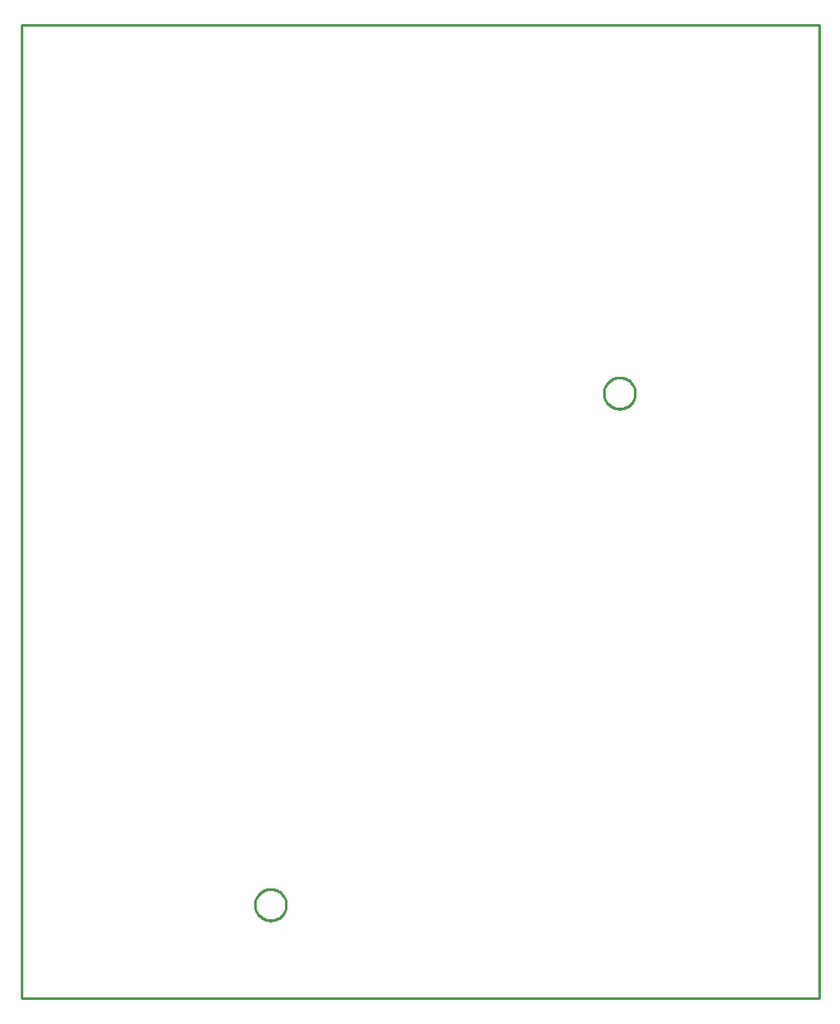
<source format=gko>
G04 EAGLE Gerber RS-274X export*
G75*
%MOMM*%
%FSLAX34Y34*%
%LPD*%
%INBoard Outline*%
%IPPOS*%
%AMOC8*
5,1,8,0,0,1.08239X$1,22.5*%
G01*
%ADD10C,0.000000*%
%ADD11C,0.254000*%


D10*
X812800Y990600D02*
X0Y990600D01*
X0Y0D01*
X812800Y0D01*
X812800Y990600D01*
X593598Y615950D02*
X593603Y616343D01*
X593617Y616735D01*
X593641Y617127D01*
X593675Y617518D01*
X593718Y617909D01*
X593771Y618298D01*
X593834Y618686D01*
X593905Y619072D01*
X593987Y619456D01*
X594078Y619838D01*
X594178Y620218D01*
X594287Y620595D01*
X594406Y620970D01*
X594533Y621341D01*
X594670Y621709D01*
X594816Y622074D01*
X594971Y622435D01*
X595134Y622792D01*
X595307Y623145D01*
X595487Y623493D01*
X595677Y623837D01*
X595875Y624177D01*
X596081Y624511D01*
X596295Y624840D01*
X596517Y625164D01*
X596747Y625482D01*
X596985Y625795D01*
X597230Y626102D01*
X597483Y626402D01*
X597743Y626696D01*
X598011Y626984D01*
X598285Y627265D01*
X598566Y627539D01*
X598854Y627807D01*
X599148Y628067D01*
X599448Y628320D01*
X599755Y628565D01*
X600068Y628803D01*
X600386Y629033D01*
X600710Y629255D01*
X601039Y629469D01*
X601373Y629675D01*
X601713Y629873D01*
X602057Y630063D01*
X602405Y630243D01*
X602758Y630416D01*
X603115Y630579D01*
X603476Y630734D01*
X603841Y630880D01*
X604209Y631017D01*
X604580Y631144D01*
X604955Y631263D01*
X605332Y631372D01*
X605712Y631472D01*
X606094Y631563D01*
X606478Y631645D01*
X606864Y631716D01*
X607252Y631779D01*
X607641Y631832D01*
X608032Y631875D01*
X608423Y631909D01*
X608815Y631933D01*
X609207Y631947D01*
X609600Y631952D01*
X609993Y631947D01*
X610385Y631933D01*
X610777Y631909D01*
X611168Y631875D01*
X611559Y631832D01*
X611948Y631779D01*
X612336Y631716D01*
X612722Y631645D01*
X613106Y631563D01*
X613488Y631472D01*
X613868Y631372D01*
X614245Y631263D01*
X614620Y631144D01*
X614991Y631017D01*
X615359Y630880D01*
X615724Y630734D01*
X616085Y630579D01*
X616442Y630416D01*
X616795Y630243D01*
X617143Y630063D01*
X617487Y629873D01*
X617827Y629675D01*
X618161Y629469D01*
X618490Y629255D01*
X618814Y629033D01*
X619132Y628803D01*
X619445Y628565D01*
X619752Y628320D01*
X620052Y628067D01*
X620346Y627807D01*
X620634Y627539D01*
X620915Y627265D01*
X621189Y626984D01*
X621457Y626696D01*
X621717Y626402D01*
X621970Y626102D01*
X622215Y625795D01*
X622453Y625482D01*
X622683Y625164D01*
X622905Y624840D01*
X623119Y624511D01*
X623325Y624177D01*
X623523Y623837D01*
X623713Y623493D01*
X623893Y623145D01*
X624066Y622792D01*
X624229Y622435D01*
X624384Y622074D01*
X624530Y621709D01*
X624667Y621341D01*
X624794Y620970D01*
X624913Y620595D01*
X625022Y620218D01*
X625122Y619838D01*
X625213Y619456D01*
X625295Y619072D01*
X625366Y618686D01*
X625429Y618298D01*
X625482Y617909D01*
X625525Y617518D01*
X625559Y617127D01*
X625583Y616735D01*
X625597Y616343D01*
X625602Y615950D01*
X625597Y615557D01*
X625583Y615165D01*
X625559Y614773D01*
X625525Y614382D01*
X625482Y613991D01*
X625429Y613602D01*
X625366Y613214D01*
X625295Y612828D01*
X625213Y612444D01*
X625122Y612062D01*
X625022Y611682D01*
X624913Y611305D01*
X624794Y610930D01*
X624667Y610559D01*
X624530Y610191D01*
X624384Y609826D01*
X624229Y609465D01*
X624066Y609108D01*
X623893Y608755D01*
X623713Y608407D01*
X623523Y608063D01*
X623325Y607723D01*
X623119Y607389D01*
X622905Y607060D01*
X622683Y606736D01*
X622453Y606418D01*
X622215Y606105D01*
X621970Y605798D01*
X621717Y605498D01*
X621457Y605204D01*
X621189Y604916D01*
X620915Y604635D01*
X620634Y604361D01*
X620346Y604093D01*
X620052Y603833D01*
X619752Y603580D01*
X619445Y603335D01*
X619132Y603097D01*
X618814Y602867D01*
X618490Y602645D01*
X618161Y602431D01*
X617827Y602225D01*
X617487Y602027D01*
X617143Y601837D01*
X616795Y601657D01*
X616442Y601484D01*
X616085Y601321D01*
X615724Y601166D01*
X615359Y601020D01*
X614991Y600883D01*
X614620Y600756D01*
X614245Y600637D01*
X613868Y600528D01*
X613488Y600428D01*
X613106Y600337D01*
X612722Y600255D01*
X612336Y600184D01*
X611948Y600121D01*
X611559Y600068D01*
X611168Y600025D01*
X610777Y599991D01*
X610385Y599967D01*
X609993Y599953D01*
X609600Y599948D01*
X609207Y599953D01*
X608815Y599967D01*
X608423Y599991D01*
X608032Y600025D01*
X607641Y600068D01*
X607252Y600121D01*
X606864Y600184D01*
X606478Y600255D01*
X606094Y600337D01*
X605712Y600428D01*
X605332Y600528D01*
X604955Y600637D01*
X604580Y600756D01*
X604209Y600883D01*
X603841Y601020D01*
X603476Y601166D01*
X603115Y601321D01*
X602758Y601484D01*
X602405Y601657D01*
X602057Y601837D01*
X601713Y602027D01*
X601373Y602225D01*
X601039Y602431D01*
X600710Y602645D01*
X600386Y602867D01*
X600068Y603097D01*
X599755Y603335D01*
X599448Y603580D01*
X599148Y603833D01*
X598854Y604093D01*
X598566Y604361D01*
X598285Y604635D01*
X598011Y604916D01*
X597743Y605204D01*
X597483Y605498D01*
X597230Y605798D01*
X596985Y606105D01*
X596747Y606418D01*
X596517Y606736D01*
X596295Y607060D01*
X596081Y607389D01*
X595875Y607723D01*
X595677Y608063D01*
X595487Y608407D01*
X595307Y608755D01*
X595134Y609108D01*
X594971Y609465D01*
X594816Y609826D01*
X594670Y610191D01*
X594533Y610559D01*
X594406Y610930D01*
X594287Y611305D01*
X594178Y611682D01*
X594078Y612062D01*
X593987Y612444D01*
X593905Y612828D01*
X593834Y613214D01*
X593771Y613602D01*
X593718Y613991D01*
X593675Y614382D01*
X593641Y614773D01*
X593617Y615165D01*
X593603Y615557D01*
X593598Y615950D01*
X237998Y95250D02*
X238003Y95643D01*
X238017Y96035D01*
X238041Y96427D01*
X238075Y96818D01*
X238118Y97209D01*
X238171Y97598D01*
X238234Y97986D01*
X238305Y98372D01*
X238387Y98756D01*
X238478Y99138D01*
X238578Y99518D01*
X238687Y99895D01*
X238806Y100270D01*
X238933Y100641D01*
X239070Y101009D01*
X239216Y101374D01*
X239371Y101735D01*
X239534Y102092D01*
X239707Y102445D01*
X239887Y102793D01*
X240077Y103137D01*
X240275Y103477D01*
X240481Y103811D01*
X240695Y104140D01*
X240917Y104464D01*
X241147Y104782D01*
X241385Y105095D01*
X241630Y105402D01*
X241883Y105702D01*
X242143Y105996D01*
X242411Y106284D01*
X242685Y106565D01*
X242966Y106839D01*
X243254Y107107D01*
X243548Y107367D01*
X243848Y107620D01*
X244155Y107865D01*
X244468Y108103D01*
X244786Y108333D01*
X245110Y108555D01*
X245439Y108769D01*
X245773Y108975D01*
X246113Y109173D01*
X246457Y109363D01*
X246805Y109543D01*
X247158Y109716D01*
X247515Y109879D01*
X247876Y110034D01*
X248241Y110180D01*
X248609Y110317D01*
X248980Y110444D01*
X249355Y110563D01*
X249732Y110672D01*
X250112Y110772D01*
X250494Y110863D01*
X250878Y110945D01*
X251264Y111016D01*
X251652Y111079D01*
X252041Y111132D01*
X252432Y111175D01*
X252823Y111209D01*
X253215Y111233D01*
X253607Y111247D01*
X254000Y111252D01*
X254393Y111247D01*
X254785Y111233D01*
X255177Y111209D01*
X255568Y111175D01*
X255959Y111132D01*
X256348Y111079D01*
X256736Y111016D01*
X257122Y110945D01*
X257506Y110863D01*
X257888Y110772D01*
X258268Y110672D01*
X258645Y110563D01*
X259020Y110444D01*
X259391Y110317D01*
X259759Y110180D01*
X260124Y110034D01*
X260485Y109879D01*
X260842Y109716D01*
X261195Y109543D01*
X261543Y109363D01*
X261887Y109173D01*
X262227Y108975D01*
X262561Y108769D01*
X262890Y108555D01*
X263214Y108333D01*
X263532Y108103D01*
X263845Y107865D01*
X264152Y107620D01*
X264452Y107367D01*
X264746Y107107D01*
X265034Y106839D01*
X265315Y106565D01*
X265589Y106284D01*
X265857Y105996D01*
X266117Y105702D01*
X266370Y105402D01*
X266615Y105095D01*
X266853Y104782D01*
X267083Y104464D01*
X267305Y104140D01*
X267519Y103811D01*
X267725Y103477D01*
X267923Y103137D01*
X268113Y102793D01*
X268293Y102445D01*
X268466Y102092D01*
X268629Y101735D01*
X268784Y101374D01*
X268930Y101009D01*
X269067Y100641D01*
X269194Y100270D01*
X269313Y99895D01*
X269422Y99518D01*
X269522Y99138D01*
X269613Y98756D01*
X269695Y98372D01*
X269766Y97986D01*
X269829Y97598D01*
X269882Y97209D01*
X269925Y96818D01*
X269959Y96427D01*
X269983Y96035D01*
X269997Y95643D01*
X270002Y95250D01*
X269997Y94857D01*
X269983Y94465D01*
X269959Y94073D01*
X269925Y93682D01*
X269882Y93291D01*
X269829Y92902D01*
X269766Y92514D01*
X269695Y92128D01*
X269613Y91744D01*
X269522Y91362D01*
X269422Y90982D01*
X269313Y90605D01*
X269194Y90230D01*
X269067Y89859D01*
X268930Y89491D01*
X268784Y89126D01*
X268629Y88765D01*
X268466Y88408D01*
X268293Y88055D01*
X268113Y87707D01*
X267923Y87363D01*
X267725Y87023D01*
X267519Y86689D01*
X267305Y86360D01*
X267083Y86036D01*
X266853Y85718D01*
X266615Y85405D01*
X266370Y85098D01*
X266117Y84798D01*
X265857Y84504D01*
X265589Y84216D01*
X265315Y83935D01*
X265034Y83661D01*
X264746Y83393D01*
X264452Y83133D01*
X264152Y82880D01*
X263845Y82635D01*
X263532Y82397D01*
X263214Y82167D01*
X262890Y81945D01*
X262561Y81731D01*
X262227Y81525D01*
X261887Y81327D01*
X261543Y81137D01*
X261195Y80957D01*
X260842Y80784D01*
X260485Y80621D01*
X260124Y80466D01*
X259759Y80320D01*
X259391Y80183D01*
X259020Y80056D01*
X258645Y79937D01*
X258268Y79828D01*
X257888Y79728D01*
X257506Y79637D01*
X257122Y79555D01*
X256736Y79484D01*
X256348Y79421D01*
X255959Y79368D01*
X255568Y79325D01*
X255177Y79291D01*
X254785Y79267D01*
X254393Y79253D01*
X254000Y79248D01*
X253607Y79253D01*
X253215Y79267D01*
X252823Y79291D01*
X252432Y79325D01*
X252041Y79368D01*
X251652Y79421D01*
X251264Y79484D01*
X250878Y79555D01*
X250494Y79637D01*
X250112Y79728D01*
X249732Y79828D01*
X249355Y79937D01*
X248980Y80056D01*
X248609Y80183D01*
X248241Y80320D01*
X247876Y80466D01*
X247515Y80621D01*
X247158Y80784D01*
X246805Y80957D01*
X246457Y81137D01*
X246113Y81327D01*
X245773Y81525D01*
X245439Y81731D01*
X245110Y81945D01*
X244786Y82167D01*
X244468Y82397D01*
X244155Y82635D01*
X243848Y82880D01*
X243548Y83133D01*
X243254Y83393D01*
X242966Y83661D01*
X242685Y83935D01*
X242411Y84216D01*
X242143Y84504D01*
X241883Y84798D01*
X241630Y85098D01*
X241385Y85405D01*
X241147Y85718D01*
X240917Y86036D01*
X240695Y86360D01*
X240481Y86689D01*
X240275Y87023D01*
X240077Y87363D01*
X239887Y87707D01*
X239707Y88055D01*
X239534Y88408D01*
X239371Y88765D01*
X239216Y89126D01*
X239070Y89491D01*
X238933Y89859D01*
X238806Y90230D01*
X238687Y90605D01*
X238578Y90982D01*
X238478Y91362D01*
X238387Y91744D01*
X238305Y92128D01*
X238234Y92514D01*
X238171Y92902D01*
X238118Y93291D01*
X238075Y93682D01*
X238041Y94073D01*
X238017Y94465D01*
X238003Y94857D01*
X237998Y95250D01*
D11*
X0Y0D02*
X812800Y0D01*
X812800Y990600D01*
X0Y990600D01*
X0Y0D01*
X625602Y615426D02*
X625533Y614381D01*
X625397Y613342D01*
X625192Y612314D01*
X624921Y611302D01*
X624584Y610310D01*
X624183Y609342D01*
X623720Y608403D01*
X623196Y607495D01*
X622614Y606624D01*
X621976Y605793D01*
X621286Y605005D01*
X620545Y604264D01*
X619757Y603574D01*
X618926Y602936D01*
X618055Y602354D01*
X617147Y601830D01*
X616208Y601367D01*
X615240Y600966D01*
X614248Y600629D01*
X613236Y600358D01*
X612208Y600153D01*
X611169Y600017D01*
X610124Y599948D01*
X609076Y599948D01*
X608031Y600017D01*
X606992Y600153D01*
X605964Y600358D01*
X604952Y600629D01*
X603960Y600966D01*
X602992Y601367D01*
X602053Y601830D01*
X601145Y602354D01*
X600274Y602936D01*
X599443Y603574D01*
X598655Y604264D01*
X597914Y605005D01*
X597224Y605793D01*
X596586Y606624D01*
X596004Y607495D01*
X595480Y608403D01*
X595017Y609342D01*
X594616Y610310D01*
X594279Y611302D01*
X594008Y612314D01*
X593803Y613342D01*
X593667Y614381D01*
X593598Y615426D01*
X593598Y616474D01*
X593667Y617519D01*
X593803Y618558D01*
X594008Y619586D01*
X594279Y620598D01*
X594616Y621590D01*
X595017Y622558D01*
X595480Y623497D01*
X596004Y624405D01*
X596586Y625276D01*
X597224Y626107D01*
X597914Y626895D01*
X598655Y627636D01*
X599443Y628326D01*
X600274Y628964D01*
X601145Y629546D01*
X602053Y630070D01*
X602992Y630533D01*
X603960Y630934D01*
X604952Y631271D01*
X605964Y631542D01*
X606992Y631747D01*
X608031Y631883D01*
X609076Y631952D01*
X610124Y631952D01*
X611169Y631883D01*
X612208Y631747D01*
X613236Y631542D01*
X614248Y631271D01*
X615240Y630934D01*
X616208Y630533D01*
X617147Y630070D01*
X618055Y629546D01*
X618926Y628964D01*
X619757Y628326D01*
X620545Y627636D01*
X621286Y626895D01*
X621976Y626107D01*
X622614Y625276D01*
X623196Y624405D01*
X623720Y623497D01*
X624183Y622558D01*
X624584Y621590D01*
X624921Y620598D01*
X625192Y619586D01*
X625397Y618558D01*
X625533Y617519D01*
X625602Y616474D01*
X625602Y615426D01*
X270002Y94726D02*
X269933Y93681D01*
X269797Y92642D01*
X269592Y91614D01*
X269321Y90602D01*
X268984Y89610D01*
X268583Y88642D01*
X268120Y87703D01*
X267596Y86795D01*
X267014Y85924D01*
X266376Y85093D01*
X265686Y84305D01*
X264945Y83564D01*
X264157Y82874D01*
X263326Y82236D01*
X262455Y81654D01*
X261547Y81130D01*
X260608Y80667D01*
X259640Y80266D01*
X258648Y79929D01*
X257636Y79658D01*
X256608Y79453D01*
X255569Y79317D01*
X254524Y79248D01*
X253476Y79248D01*
X252431Y79317D01*
X251392Y79453D01*
X250364Y79658D01*
X249352Y79929D01*
X248360Y80266D01*
X247392Y80667D01*
X246453Y81130D01*
X245545Y81654D01*
X244674Y82236D01*
X243843Y82874D01*
X243055Y83564D01*
X242314Y84305D01*
X241624Y85093D01*
X240986Y85924D01*
X240404Y86795D01*
X239880Y87703D01*
X239417Y88642D01*
X239016Y89610D01*
X238679Y90602D01*
X238408Y91614D01*
X238203Y92642D01*
X238067Y93681D01*
X237998Y94726D01*
X237998Y95774D01*
X238067Y96819D01*
X238203Y97858D01*
X238408Y98886D01*
X238679Y99898D01*
X239016Y100890D01*
X239417Y101858D01*
X239880Y102797D01*
X240404Y103705D01*
X240986Y104576D01*
X241624Y105407D01*
X242314Y106195D01*
X243055Y106936D01*
X243843Y107626D01*
X244674Y108264D01*
X245545Y108846D01*
X246453Y109370D01*
X247392Y109833D01*
X248360Y110234D01*
X249352Y110571D01*
X250364Y110842D01*
X251392Y111047D01*
X252431Y111183D01*
X253476Y111252D01*
X254524Y111252D01*
X255569Y111183D01*
X256608Y111047D01*
X257636Y110842D01*
X258648Y110571D01*
X259640Y110234D01*
X260608Y109833D01*
X261547Y109370D01*
X262455Y108846D01*
X263326Y108264D01*
X264157Y107626D01*
X264945Y106936D01*
X265686Y106195D01*
X266376Y105407D01*
X267014Y104576D01*
X267596Y103705D01*
X268120Y102797D01*
X268583Y101858D01*
X268984Y100890D01*
X269321Y99898D01*
X269592Y98886D01*
X269797Y97858D01*
X269933Y96819D01*
X270002Y95774D01*
X270002Y94726D01*
M02*

</source>
